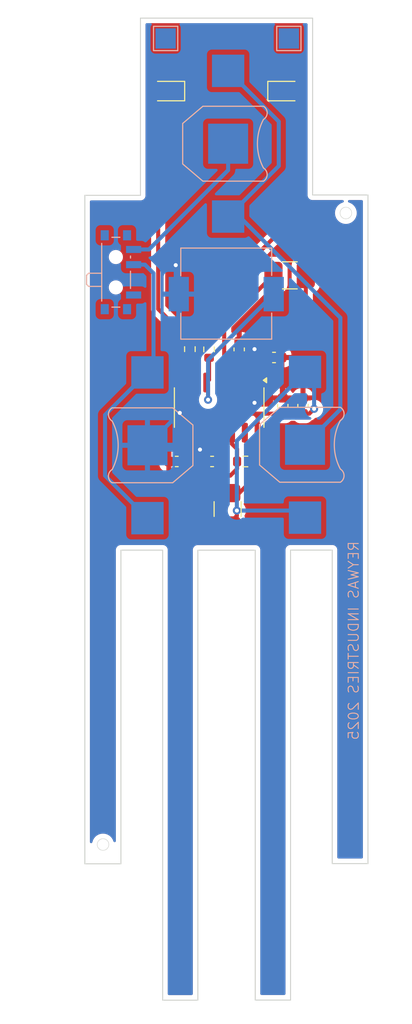
<source format=kicad_pcb>
(kicad_pcb (version 20221018) (generator pcbnew)
  (title_block (title "Enderman / Atari Punk Console / Theremin") (rev "0.2") (company "Reywas Engineering"))
  (layers (0 "F.Cu" signal) (31 "B.Cu" signal) (34 "B.Paste" user) (35 "F.Paste" user) (36 "B.SilkS" user "B.Silkscreen") (37 "F.SilkS" user "F.Silkscreen") (38 "B.Mask" user) (39 "F.Mask" user) (44 "Edge.Cuts" user))
  (net 0 "")
  (net 1 "Net-(BT1-+)")
  (net 2 "GND")
  (net 3 "+6V")
  (net 4 "Net-(BT2--)")
  (net 5 "Net-(U1B-THR)")
  (net 6 "Net-(U1B-CV)")
  (net 7 "Net-(U1A-CV)")
  (net 8 "Net-(U1A-DIS)")
  (net 9 "Net-(U1B-DIS)")
  (net 10 "Net-(U1A-Q)")
  (net 11 "Net-(U1A-TR)")
  (net 14 "Net-(D1-A)")
  (net 15 "Net-(D2-A)")
  (net 16 "Net-(BT3--)")
  (footprint "LED_SMD:LED_0805_2012Metric" (layer "F.Cu") (at 132.8 47.2 180)
    (fp_text reference "D1" hide)
    (fp_text value "LED")
    (fp_line (start -1.685 -0.96) (end -1.685 0.96) (stroke (width 0.12)) (layer "F.SilkS"))
    (fp_line (start -1.685 0.96) (end 1 0.96) (stroke (width 0.12)) (layer "F.SilkS"))
    (fp_line (start 1 -0.96) (end -1.685 -0.96) (stroke (width 0.12)) (layer "F.SilkS"))
    (pad "1" smd roundrect (at -0.9375 0 180) (size 0.975 1.4) (layers "F.Cu" "F.Paste" "F.Mask") (net 2 "GND"))
    (pad "2" smd roundrect (at 0.9375 0 180) (size 0.975 1.4) (layers "F.Cu" "F.Paste" "F.Mask") (net 14 "Net-(D1-A)"))
  )
  (footprint "Capacitor_SMD:C_0603_1608Metric" (layer "F.Cu") (at 137.2 83.8 180)
    (fp_text reference "C3" hide)
    (fp_text value "100n")
    (fp_line (start -0.14058 -0.51) (end 0.14058 -0.51) (stroke (width 0.12)) (layer "F.SilkS"))
    (fp_line (start -0.14058 0.51) (end 0.14058 0.51) (stroke (width 0.12)) (layer "F.SilkS"))
    (pad "1" smd roundrect (at -0.775 0 180) (size 0.9 0.95) (layers "F.Cu" "F.Paste" "F.Mask") (net 6 "Net-(U1B-CV)"))
    (pad "2" smd roundrect (at 0.775 0 180) (size 0.9 0.95) (layers "F.Cu" "F.Paste" "F.Mask") (net 2 "GND"))
  )
  (footprint "Capacitor_SMD:C_0603_1608Metric" (layer "F.Cu") (at 143.3325 73.525)
    (fp_text reference "C5" hide)
    (fp_text value "47n")
    (fp_line (start -0.14058 -0.51) (end 0.14058 -0.51) (stroke (width 0.12)) (layer "F.SilkS"))
    (fp_line (start -0.14058 0.51) (end 0.14058 0.51) (stroke (width 0.12)) (layer "F.SilkS"))
    (pad "1" smd roundrect (at -0.775 0) (size 0.9 0.95) (layers "F.Cu" "F.Paste" "F.Mask") (net 8 "Net-(U1A-DIS)"))
    (pad "2" smd roundrect (at 0.775 0) (size 0.9 0.95) (layers "F.Cu" "F.Paste" "F.Mask") (net 2 "GND"))
  )
  (footprint "Library:SMD2.4x3.6" (layer "F.Cu") (at 138.6 88.6 90)
    (fp_text reference "R2" hide)
    (fp_text value "R_Photo" hide)
    (fp_line (start -0.627064 -1.2) (end 0.827064 -1.2) (stroke (width 0.12)) (layer "F.SilkS"))
    (fp_line (start -0.627064 1.475) (end 0.827064 1.475) (stroke (width 0.12)) (layer "F.SilkS"))
    (pad "1" smd roundrect (at -1.525 0.1 90) (size 1.8 2.6) (layers "F.Cu" "F.Paste" "F.Mask") (roundrect_rratio 0.2222222222) (net 3 "+6V"))
    (pad "2" smd roundrect (at 1.675 0.1 90) (size 1.8 2.6) (layers "F.Cu" "F.Paste" "F.Mask") (roundrect_rratio 0.2222222222) (net 9 "Net-(U1B-DIS)"))
  )
  (footprint "Capacitor_SMD:C_0603_1608Metric" (layer "F.Cu") (at 139.8825 72.725 90)
    (fp_text reference "C4" hide)
    (fp_text value "100n")
    (fp_line (start -0.14058 -0.51) (end 0.14058 -0.51) (stroke (width 0.12)) (layer "F.SilkS"))
    (fp_line (start -0.14058 0.51) (end 0.14058 0.51) (stroke (width 0.12)) (layer "F.SilkS"))
    (pad "1" smd roundrect (at -0.775 0 90) (size 0.9 0.95) (layers "F.Cu" "F.Paste" "F.Mask") (net 7 "Net-(U1A-CV)"))
    (pad "2" smd roundrect (at 0.775 0 90) (size 0.9 0.95) (layers "F.Cu" "F.Paste" "F.Mask") (net 2 "GND"))
  )
  (footprint "Library:SMD2.4x3.6" (layer "F.Cu") (at 144.8 65.27)
    (fp_text reference "R3" hide)
    (fp_text value "R_Photo" hide)
    (fp_line (start -0.627064 -1.2) (end 0.827064 -1.2) (stroke (width 0.12)) (layer "F.SilkS"))
    (fp_line (start -0.627064 1.475) (end 0.827064 1.475) (stroke (width 0.12)) (layer "F.SilkS"))
    (pad "1" smd roundrect (at -1.525 0.1) (size 1.8 2.6) (layers "F.Cu" "F.Paste" "F.Mask") (roundrect_rratio 0.2222222222) (net 3 "+6V"))
    (pad "2" smd roundrect (at 1.675 0.1) (size 1.8 2.6) (layers "F.Cu" "F.Paste" "F.Mask") (roundrect_rratio 0.2222222222) (net 8 "Net-(U1A-DIS)"))
  )
  (footprint "Capacitor_SMD:C_0603_1608Metric" (layer "F.Cu") (at 146.2 78.3 90)
    (fp_text reference "C1" hide)
    (fp_text value "1u")
    (fp_line (start -0.14058 -0.51) (end 0.14058 -0.51) (stroke (width 0.12)) (layer "F.SilkS"))
    (fp_line (start -0.14058 0.51) (end 0.14058 0.51) (stroke (width 0.12)) (layer "F.SilkS"))
    (pad "1" smd roundrect (at -0.775 0 90) (size 0.9 0.95) (layers "F.Cu" "F.Paste" "F.Mask") (net 3 "+6V"))
    (pad "2" smd roundrect (at 0.775 0 90) (size 0.9 0.95) (layers "F.Cu" "F.Paste" "F.Mask") (net 2 "GND"))
  )
  (footprint "Resistor_SMD:R_0603_1608Metric" (layer "F.Cu") (at 140.5 83.8 180)
    (fp_text reference "R1" hide)
    (fp_text value "10k")
    (fp_line (start -0.237258 -0.5225) (end 0.237258 -0.5225) (stroke (width 0.12)) (layer "F.SilkS"))
    (fp_line (start -0.237258 0.5225) (end 0.237258 0.5225) (stroke (width 0.12)) (layer "F.SilkS"))
    (pad "1" smd roundrect (at -0.825 0 180) (size 0.8 0.95) (layers "F.Cu" "F.Paste" "F.Mask") (net 9 "Net-(U1B-DIS)"))
    (pad "2" smd roundrect (at 0.825 0 180) (size 0.8 0.95) (layers "F.Cu" "F.Paste" "F.Mask") (net 5 "Net-(U1B-THR)"))
  )
  (footprint "Package_SO:SOIC-14_3.9x8.7mm_P1.27mm" (layer "F.Cu") (at 137.9 78.475 -90)
    (fp_text reference "U1" hide)
    (fp_text value "LM556")
    (fp_line (start 0 -4.435) (end -1.95 -4.435) (stroke (width 0.12)) (layer "F.SilkS"))
    (fp_line (start 0 -4.435) (end 1.95 -4.435) (stroke (width 0.12)) (layer "F.SilkS"))
    (fp_line (start 0 4.435) (end -1.95 4.435) (stroke (width 0.12)) (layer "F.SilkS"))
    (fp_line (start 0 4.435) (end 1.95 4.435) (stroke (width 0.12)) (layer "F.SilkS"))
    (fp_poly (pts (xy -2.7 -4.37) (xy -2.94 -4.7) (xy -2.46 -4.7) (xy -2.7 -4.37)) (stroke (width 0.12)) (fill solid) (layer "F.SilkS"))
    (pad "1" smd roundrect (at -2.475 -3.81 270) (size 1.95 0.6) (layers "F.Cu" "F.Paste" "F.Mask") (net 8 "Net-(U1A-DIS)"))
    (pad "2" smd roundrect (at -2.475 -2.54 270) (size 1.95 0.6) (layers "F.Cu" "F.Paste" "F.Mask") (net 8 "Net-(U1A-DIS)"))
    (pad "3" smd roundrect (at -2.475 -1.27 270) (size 1.95 0.6) (layers "F.Cu" "F.Paste" "F.Mask") (net 7 "Net-(U1A-CV)"))
    (pad "4" smd roundrect (at -2.475 0 270) (size 1.95 0.6) (layers "F.Cu" "F.Paste" "F.Mask") (net 3 "+6V"))
    (pad "5" smd roundrect (at -2.475 1.27 270) (size 1.95 0.6) (layers "F.Cu" "F.Paste" "F.Mask") (net 10 "Net-(U1A-Q)"))
    (pad "6" smd roundrect (at -2.475 2.54 270) (size 1.95 0.6) (layers "F.Cu" "F.Paste" "F.Mask") (net 11 "Net-(U1A-TR)"))
    (pad "7" smd roundrect (at -2.475 3.81 270) (size 1.95 0.6) (layers "F.Cu" "F.Paste" "F.Mask") (net 2 "GND"))
    (pad "8" smd roundrect (at 2.475 3.81 270) (size 1.95 0.6) (layers "F.Cu" "F.Paste" "F.Mask") (net 5 "Net-(U1B-THR)"))
    (pad "9" smd roundrect (at 2.475 2.54 270) (size 1.95 0.6) (layers "F.Cu" "F.Paste" "F.Mask") (net 11 "Net-(U1A-TR)"))
    (pad "10" smd roundrect (at 2.475 1.27 270) (size 1.95 0.6) (layers "F.Cu" "F.Paste" "F.Mask") (net 3 "+6V"))
    (pad "11" smd roundrect (at 2.475 0 270) (size 1.95 0.6) (layers "F.Cu" "F.Paste" "F.Mask") (net 6 "Net-(U1B-CV)"))
    (pad "12" smd roundrect (at 2.475 -1.27 270) (size 1.95 0.6) (layers "F.Cu" "F.Paste" "F.Mask") (net 5 "Net-(U1B-THR)"))
    (pad "13" smd roundrect (at 2.475 -2.54 270) (size 1.95 0.6) (layers "F.Cu" "F.Paste" "F.Mask") (net 9 "Net-(U1B-DIS)"))
    (pad "14" smd roundrect (at 2.475 -3.81 270) (size 1.95 0.6) (layers "F.Cu" "F.Paste" "F.Mask") (net 3 "+6V"))
  )
  (footprint "Resistor_SMD:R_0603_1608Metric" (layer "F.Cu") (at 135 72.7 90)
    (fp_text reference "R5" hide)
    (fp_text value "220")
    (fp_line (start -0.237258 -0.5225) (end 0.237258 -0.5225) (stroke (width 0.12)) (layer "F.SilkS"))
    (fp_line (start -0.237258 0.5225) (end 0.237258 0.5225) (stroke (width 0.12)) (layer "F.SilkS"))
    (pad "1" smd roundrect (at -0.825 0 90) (size 0.8 0.95) (layers "F.Cu" "F.Paste" "F.Mask") (net 11 "Net-(U1A-TR)"))
    (pad "2" smd roundrect (at 0.825 0 90) (size 0.8 0.95) (layers "F.Cu" "F.Paste" "F.Mask") (net 14 "Net-(D1-A)"))
  )
  (footprint "LED_SMD:LED_0805_2012Metric" (layer "F.Cu") (at 144.4 47.2)
    (fp_text reference "D2" hide)
    (fp_text value "LED")
    (fp_line (start -1.685 -0.96) (end -1.685 0.96) (stroke (width 0.12)) (layer "F.SilkS"))
    (fp_line (start -1.685 0.96) (end 1 0.96) (stroke (width 0.12)) (layer "F.SilkS"))
    (fp_line (start 1 -0.96) (end -1.685 -0.96) (stroke (width 0.12)) (layer "F.SilkS"))
    (pad "1" smd roundrect (at -0.9375 0) (size 0.975 1.4) (layers "F.Cu" "F.Paste" "F.Mask") (net 2 "GND"))
    (pad "2" smd roundrect (at 0.9375 0) (size 0.975 1.4) (layers "F.Cu" "F.Paste" "F.Mask") (net 15 "Net-(D2-A)"))
  )
  (footprint "Resistor_SMD:R_0603_1608Metric" (layer "F.Cu") (at 136.9 72.725 90)
    (fp_text reference "R6" hide)
    (fp_text value "220")
    (fp_line (start -0.237258 -0.5225) (end 0.237258 -0.5225) (stroke (width 0.12)) (layer "F.SilkS"))
    (fp_line (start -0.237258 0.5225) (end 0.237258 0.5225) (stroke (width 0.12)) (layer "F.SilkS"))
    (pad "1" smd roundrect (at -0.825 0 90) (size 0.8 0.95) (layers "F.Cu" "F.Paste" "F.Mask") (net 10 "Net-(U1A-Q)"))
    (pad "2" smd roundrect (at 0.825 0 90) (size 0.8 0.95) (layers "F.Cu" "F.Paste" "F.Mask") (net 15 "Net-(D2-A)"))
  )
  (footprint "Capacitor_SMD:C_0603_1608Metric" (layer "F.Cu") (at 144.2 78.3 -90)
    (fp_text reference "C6" hide)
    (fp_text value "100n")
    (fp_line (start -0.14058 -0.51) (end 0.14058 -0.51) (stroke (width 0.12)) (layer "F.SilkS"))
    (fp_line (start -0.14058 0.51) (end 0.14058 0.51) (stroke (width 0.12)) (layer "F.SilkS"))
    (pad "1" smd roundrect (at -0.775 0 270) (size 0.9 0.95) (layers "F.Cu" "F.Paste" "F.Mask") (net 2 "GND"))
    (pad "2" smd roundrect (at 0.775 0 270) (size 0.9 0.95) (layers "F.Cu" "F.Paste" "F.Mask") (net 3 "+6V"))
  )
  (footprint "Capacitor_SMD:C_0603_1608Metric" (layer "F.Cu") (at 133.7 83.8 180)
    (fp_text reference "C2" hide)
    (fp_text value "47n")
    (fp_line (start -0.14058 -0.51) (end 0.14058 -0.51) (stroke (width 0.12)) (layer "F.SilkS"))
    (fp_line (start -0.14058 0.51) (end 0.14058 0.51) (stroke (width 0.12)) (layer "F.SilkS"))
    (pad "1" smd roundrect (at -0.775 0 180) (size 0.9 0.95) (layers "F.Cu" "F.Paste" "F.Mask") (net 5 "Net-(U1B-THR)"))
    (pad "2" smd roundrect (at 0.775 0 180) (size 0.9 0.95) (layers "F.Cu" "F.Paste" "F.Mask") (net 2 "GND"))
  )
  (footprint "Library:BatteryHolder_Keystone_2996" (layer "B.Cu") (at 139.9 81.6 90)
    (fp_text reference "BT2" hide)
    (fp_text value "Battery_Cell")
    (fp_line (start -4.25 10) (end -4.25 4) (stroke (width 0.12)) (layer "B.SilkS"))
    (fp_line (start -2.55 2) (end -4.25 4) (stroke (width 0.12)) (layer "B.SilkS"))
    (fp_line (start -2.55 2) (end 1.45 2) (stroke (width 0.12)) (layer "B.SilkS"))
    (fp_line (start 1.45 2) (end 3.15 4) (stroke (width 0.12)) (layer "B.SilkS"))
    (fp_line (start 3.15 10) (end 3.15 4) (stroke (width 0.12)) (layer "B.SilkS"))
    (fp_arc (start -2.95 10) (mid -3.605452 10.363197) (end -4.255648 9.990673) (stroke (width 0.12)) (layer "B.SilkS"))
    (fp_arc (start -2.95 10) (mid -0.55488 9.400002) (end 1.841383 9.995415) (stroke (width 0.12)) (layer "B.SilkS"))
    (fp_arc (start 3.153723 10) (mid 2.496477 10.366382) (end 1.842627 9.993972) (stroke (width 0.12)) (layer "B.SilkS"))
    (pad "1" smd rect (at -7.75 6.5 90) (size 3.2 3.2) (layers "B.Cu" "B.Paste" "B.Mask") (net 3 "+6V"))
    (pad "1" smd rect (at 6.65 6.5 90) (size 3.2 3.2) (layers "B.Cu" "B.Paste" "B.Mask") (net 3 "+6V"))
    (pad "2" smd rect (at -0.55 6.5 90) (size 3.96 3.96) (layers "B.Cu" "B.Mask") (net 4 "Net-(BT2--)"))
  )
  (footprint "Library:BatteryHolder_Keystone_2996" (layer "B.Cu") (at 132.2875 51.85 90)
    (fp_text reference "BT3" hide)
    (fp_text value "Battery_Cell")
    (fp_line (start -4.25 10) (end -4.25 4) (stroke (width 0.12)) (layer "B.SilkS"))
    (fp_line (start -2.55 2) (end -4.25 4) (stroke (width 0.12)) (layer "B.SilkS"))
    (fp_line (start -2.55 2) (end 1.45 2) (stroke (width 0.12)) (layer "B.SilkS"))
    (fp_line (start 1.45 2) (end 3.15 4) (stroke (width 0.12)) (layer "B.SilkS"))
    (fp_line (start 3.15 10) (end 3.15 4) (stroke (width 0.12)) (layer "B.SilkS"))
    (fp_arc (start -2.95 10) (mid -3.605452 10.363197) (end -4.255648 9.990673) (stroke (width 0.12)) (layer "B.SilkS"))
    (fp_arc (start -2.95 10) (mid -0.55488 9.400002) (end 1.841383 9.995415) (stroke (width 0.12)) (layer "B.SilkS"))
    (fp_arc (start 3.153723 10) (mid 2.496477 10.366382) (end 1.842627 9.993972) (stroke (width 0.12)) (layer "B.SilkS"))
    (pad "1" smd rect (at -7.75 6.5 90) (size 3.2 3.2) (layers "B.Cu" "B.Paste" "B.Mask") (net 4 "Net-(BT2--)"))
    (pad "1" smd rect (at 6.65 6.5 90) (size 3.2 3.2) (layers "B.Cu" "B.Paste" "B.Mask") (net 4 "Net-(BT2--)"))
    (pad "2" smd rect (at -0.55 6.5 90) (size 3.96 3.96) (layers "B.Cu" "B.Mask") (net 16 "Net-(BT3--)"))
  )
  (footprint "TestPoint:TestPoint_Pad_2.0x2.0mm" (layer "B.Cu") (at 144.8 42 180)
    (fp_text reference "TP1" hide)
    (fp_text value "TestPoint")
    (fp_line (start -1.2 -1.2) (end -1.2 1.2) (stroke (width 0.12)) (layer "B.SilkS"))
    (fp_line (start -1.2 1.2) (end 1.2 1.2) (stroke (width 0.12)) (layer "B.SilkS"))
    (fp_line (start 1.2 -1.2) (end -1.2 -1.2) (stroke (width 0.12)) (layer "B.SilkS"))
    (fp_line (start 1.2 1.2) (end 1.2 -1.2) (stroke (width 0.12)) (layer "B.SilkS"))
    (pad "1" smd rect (at 0 0 180) (size 2 2) (layers "B.Cu" "B.Mask"))
  )
  (footprint "Library:BatteryHolder_Keystone_2996" (layer "B.Cu") (at 137.3 82.75 -90)
    (fp_text reference "BT1" hide)
    (fp_text value "Battery_Cell")
    (fp_line (start -4.25 10) (end -4.25 4) (stroke (width 0.12)) (layer "B.SilkS"))
    (fp_line (start -2.55 2) (end -4.25 4) (stroke (width 0.12)) (layer "B.SilkS"))
    (fp_line (start -2.55 2) (end 1.45 2) (stroke (width 0.12)) (layer "B.SilkS"))
    (fp_line (start 1.45 2) (end 3.15 4) (stroke (width 0.12)) (layer "B.SilkS"))
    (fp_line (start 3.15 10) (end 3.15 4) (stroke (width 0.12)) (layer "B.SilkS"))
    (fp_arc (start -2.95 10) (mid -3.605452 10.363197) (end -4.255648 9.990673) (stroke (width 0.12)) (layer "B.SilkS"))
    (fp_arc (start -2.95 10) (mid -0.55488 9.400002) (end 1.841383 9.995415) (stroke (width 0.12)) (layer "B.SilkS"))
    (fp_arc (start 3.153723 10) (mid 2.496477 10.366382) (end 1.842627 9.993972) (stroke (width 0.12)) (layer "B.SilkS"))
    (pad "1" smd rect (at -7.75 6.5 270) (size 3.2 3.2) (layers "B.Cu" "B.Paste" "B.Mask") (net 1 "Net-(BT1-+)"))
    (pad "1" smd rect (at 6.65 6.5 270) (size 3.2 3.2) (layers "B.Cu" "B.Paste" "B.Mask") (net 1 "Net-(BT1-+)"))
    (pad "2" smd rect (at -0.55 6.5 270) (size 3.96 3.96) (layers "B.Cu" "B.Mask") (net 2 "GND"))
  )
  (footprint "TestPoint:TestPoint_Pad_2.0x2.0mm" (layer "B.Cu") (at 132.6 42 180)
    (fp_text reference "TP2" hide)
    (fp_text value "TestPoint")
    (fp_line (start -1.2 -1.2) (end -1.2 1.2) (stroke (width 0.12)) (layer "B.SilkS"))
    (fp_line (start -1.2 1.2) (end 1.2 1.2) (stroke (width 0.12)) (layer "B.SilkS"))
    (fp_line (start 1.2 -1.2) (end -1.2 -1.2) (stroke (width 0.12)) (layer "B.SilkS"))
    (fp_line (start 1.2 1.2) (end 1.2 -1.2) (stroke (width 0.12)) (layer "B.SilkS"))
    (pad "1" smd rect (at 0 0 180) (size 2 2) (layers "B.Cu" "B.Mask"))
  )
  (footprint "Button_Switch_SMD:SW_SPDT_PCM12" (layer "B.Cu") (at 128 65.1 90)
    (fp_text reference "SW1" hide)
    (fp_text value "SW_SPDT")
    (fp_line (start -3.45 0.07) (end -3.45 -0.72) (stroke (width 0.12)) (layer "B.SilkS"))
    (fp_line (start -2.85 -1.73) (end 2.85 -1.73) (stroke (width 0.12)) (layer "B.SilkS"))
    (fp_line (start -1.6 1.12) (end 0.1 1.12) (stroke (width 0.12)) (layer "B.SilkS"))
    (fp_line (start -1.4 -3.02) (end -1.2 -3.23) (stroke (width 0.12)) (layer "B.SilkS"))
    (fp_line (start -1.4 -1.73) (end -1.4 -3.02) (stroke (width 0.12)) (layer "B.SilkS"))
    (fp_line (start -1.2 -3.23) (end -0.3 -3.23) (stroke (width 0.12)) (layer "B.SilkS"))
    (fp_line (start -0.1 -3.02) (end -0.3 -3.23) (stroke (width 0.12)) (layer "B.SilkS"))
    (fp_line (start -0.1 -3.02) (end -0.1 -1.73) (stroke (width 0.12)) (layer "B.SilkS"))
    (fp_line (start 1.4 1.12) (end 1.6 1.12) (stroke (width 0.12)) (layer "B.SilkS"))
    (fp_line (start 3.45 -0.72) (end 3.45 0.07) (stroke (width 0.12)) (layer "B.SilkS"))
    (pad "" smd rect (at -3.65 -1.43 90) (size 1 0.8) (layers "B.Cu" "B.Paste" "B.Mask"))
    (pad "" smd rect (at -3.65 0.78 90) (size 1 0.8) (layers "B.Cu" "B.Paste" "B.Mask"))
    (pad "" np_thru_hole circle (at -1.5 -0.33 90) (size 0.9 0.9) (drill 0.9) (layers "*.Cu" "*.Mask"))
    (pad "" np_thru_hole circle (at 1.5 -0.33 90) (size 0.9 0.9) (drill 0.9) (layers "*.Cu" "*.Mask"))
    (pad "" smd rect (at 3.65 -1.43 90) (size 1 0.8) (layers "B.Cu" "B.Paste" "B.Mask"))
    (pad "" smd rect (at 3.65 0.78 90) (size 1 0.8) (layers "B.Cu" "B.Paste" "B.Mask"))
    (pad "1" smd rect (at -2.25 1.43 90) (size 0.7 1.5) (layers "B.Cu" "B.Paste" "B.Mask"))
    (pad "2" smd rect (at 0.75 1.43 90) (size 0.7 1.5) (layers "B.Cu" "B.Paste" "B.Mask") (net 1 "Net-(BT1-+)"))
    (pad "3" smd rect (at 2.25 1.43 90) (size 0.7 1.5) (layers "B.Cu" "B.Paste" "B.Mask") (net 16 "Net-(BT3--)"))
  )
  (footprint "Library:Piezo PKMCS0909E4000-R1" (layer "B.Cu") (at 138.6 67.2125 180)
    (fp_text reference "LS1" hide)
    (fp_text value "Speaker_Crystal")
    (fp_line (start -4.5 -4.5) (end -4.5 -1.925) (stroke (width 0.12)) (layer "B.SilkS"))
    (fp_line (start -4.5 -4.5) (end 4.5 -4.5) (stroke (width 0.12)) (layer "B.SilkS"))
    (fp_line (start -4.5 4.5) (end -4.5 1.8) (stroke (width 0.12)) (layer "B.SilkS"))
    (fp_line (start 4.5 -4.5) (end 4.5 -1.95) (stroke (width 0.12)) (layer "B.SilkS"))
    (fp_line (start 4.5 4.5) (end -4.5 4.5) (stroke (width 0.12)) (layer "B.SilkS"))
    (fp_line (start 4.5 4.5) (end 4.5 1.775) (stroke (width 0.12)) (layer "B.SilkS"))
    (pad "1" smd rect (at -4.7 -0.05 180) (size 2 3.4) (layers "B.Cu" "B.Paste" "B.Mask") (net 10 "Net-(U1A-Q)"))
    (pad "2" smd rect (at 4.7 -0.05 180) (size 2 3.4) (layers "B.Cu" "B.Paste" "B.Mask") (net 2 "GND"))
  )
  (gr_line (start 152.632493 123.535179) (end 149.09546 123.535179) (stroke (width 0.1)) (layer "Edge.Cuts"))
  (gr_line (start 141.471261 137.02002) (end 141.471261 92.564735) (stroke (width 0.1)) (layer "Edge.Cuts"))
  (gr_line (start 144.968072 137.02002) (end 141.471261 137.02002) (stroke (width 0.1)) (layer "Edge.Cuts"))
  (gr_line (start 135.791116 92.564735) (end 135.791116 137.030548) (stroke (width 0.1)) (layer "Edge.Cuts"))
  (gr_line (start 132.306771 92.559776) (end 128.172403 92.559776) (stroke (width 0.1)) (layer "Edge.Cuts"))
  (gr_circle (center 150.445661 59.25) (end 151.021661 59.25) (stroke (width 0.05)) (fill none) (layer "Edge.Cuts"))
  (gr_line (start 130.107888 57.5) (end 130.107644 39.990623) (stroke (width 0.1)) (layer "Edge.Cuts"))
  (gr_line (start 147.1522 39.990623) (end 147.1522 57.465668) (stroke (width 0.1)) (layer "Edge.Cuts"))
  (gr_line (start 128.172403 123.555763) (end 124.6 123.555763) (stroke (width 0.1)) (layer "Edge.Cuts"))
  (gr_line (start 124.6 123.555763) (end 124.6 57.5) (stroke (width 0.1)) (layer "Edge.Cuts"))
  (gr_line (start 152.632493 57.465668) (end 152.632493 123.535179) (stroke (width 0.1)) (layer "Edge.Cuts"))
  (gr_line (start 130.107644 39.990623) (end 147.1522 39.990623) (stroke (width 0.1)) (layer "Edge.Cuts"))
  (gr_line (start 149.09546 92.555748) (end 144.968072 92.555748) (stroke (width 0.1)) (layer "Edge.Cuts"))
  (gr_line (start 144.968072 92.555748) (end 144.968072 137.02002) (stroke (width 0.1)) (layer "Edge.Cuts"))
  (gr_line (start 132.306771 137.030548) (end 132.306771 92.559776) (stroke (width 0.1)) (layer "Edge.Cuts"))
  (gr_line (start 149.09546 123.535179) (end 149.09546 92.555748) (stroke (width 0.1)) (layer "Edge.Cuts"))
  (gr_line (start 147.1522 57.465668) (end 152.632493 57.465668) (stroke (width 0.1)) (layer "Edge.Cuts"))
  (gr_line (start 141.471261 92.564735) (end 135.791116 92.564735) (stroke (width 0.1)) (layer "Edge.Cuts"))
  (gr_line (start 124.6 57.5) (end 130.107888 57.5) (stroke (width 0.1)) (layer "Edge.Cuts"))
  (gr_line (start 128.172403 92.559776) (end 128.172403 123.555763) (stroke (width 0.1)) (layer "Edge.Cuts"))
  (gr_line (start 135.791116 137.030548) (end 132.306771 137.030548) (stroke (width 0.1)) (layer "Edge.Cuts"))
  (gr_circle (center 126.4 121.65) (end 126.976 121.65) (stroke (width 0.05)) (fill none) (layer "Edge.Cuts"))
  (gr_text "REYWAS INDUSTRIES 2025" (at 151.8 91.6 90) (layer "B.SilkS") (effects (font (size 1 1) (thickness 0.1)) (justify left bottom mirror)))
  (segment (start 130.8 89.4) (end 126.6 85.2) (width 0.4) (layer "B.Cu") (net 1))
  (segment (start 131.4 65.2) (end 131.4 74.4) (width 0.4) (layer "B.Cu") (net 1))
  (segment (start 131.4 74.4) (end 130.8 75) (width 0.4) (layer "B.Cu") (net 1))
  (segment (start 126.6 79.2) (end 130.8 75) (width 0.4) (layer "B.Cu") (net 1))
  (segment (start 130.55 64.35) (end 131.4 65.2) (width 0.4) (layer "B.Cu") (net 1))
  (segment (start 126.6 85.2) (end 126.6 79.2) (width 0.4) (layer "B.Cu") (net 1))
  (segment (start 129.43 64.35) (end 130.55 64.35) (width 0.4) (layer "B.Cu") (net 1))
  (segment (start 132.9 83.775) (end 132.9 80.1) (width 0.4) (layer "F.Cu") (net 2))
  (segment (start 144.1075 77.4325) (end 144.2 77.525) (width 0.4) (layer "F.Cu") (net 2))
  (segment (start 141.4 78) (end 142.4 78) (width 0.4) (layer "F.Cu") (net 2))
  (segment (start 133.7375 64.2625) (end 133.6 64.4) (width 0.4) (layer "F.Cu") (net 2))
  (segment (start 136 82.624739) (end 136.425 83.049739) (width 0.4) (layer "F.Cu") (net 2))
  (segment (start 142.875 77.525) (end 144.2 77.525) (width 0.4) (layer "F.Cu") (net 2))
  (segment (start 132.9 80.1) (end 134 79) (width 0.4) (layer "F.Cu") (net 2))
  (segment (start 134 79) (end 134.09 78.91) (width 0.4) (layer "F.Cu") (net 2))
  (segment (start 132.925 83.8) (end 132.9 83.775) (width 0.4) (layer "F.Cu") (net 2))
  (segment (start 140.65 71.95) (end 139.8825 71.95) (width 0.4) (layer "F.Cu") (net 2))
  (segment (start 143.4625 47.2) (end 133.7375 47.2) (width 0.4) (layer "F.Cu") (net 2))
  (segment (start 141.4 72.7) (end 140.65 71.95) (width 0.4) (layer "F.Cu") (net 2))
  (segment (start 146.2 77.525) (end 144.2 77.525) (width 0.4) (layer "F.Cu") (net 2))
  (segment (start 144.1075 73.525) (end 144.1075 77.4325) (width 0.4) (layer "F.Cu") (net 2))
  (segment (start 136.425 83.049739) (end 136.425 83.8) (width 0.4) (layer "F.Cu") (net 2))
  (segment (start 133.7375 47.2) (end 133.7375 64.2625) (width 0.4) (layer "F.Cu") (net 2))
  (segment (start 142.4 78) (end 142.875 77.525) (width 0.4) (layer "F.Cu") (net 2))
  (segment (start 134.09 78.91) (end 134.09 76) (width 0.4) (layer "F.Cu") (net 2))
  (via (at 141.4 78) (size 0.8) (drill 0.4) (layers "F.Cu" "B.Cu") (net 2))
  (via (at 136 82.624739) (size 0.8) (drill 0.4) (layers "F.Cu" "B.Cu") (net 2))
  (via (at 141.4 72.7) (size 0.8) (drill 0.4) (layers "F.Cu" "B.Cu") (net 2))
  (via (at 133.6 64.4) (size 0.8) (drill 0.4) (layers "F.Cu" "B.Cu") (net 2))
  (via (at 134 79) (size 0.8) (drill 0.4) (layers "F.Cu" "B.Cu") (net 2))
  (segment (start 134 67.3625) (end 133.9 67.2625) (width 0.4) (layer "B.Cu") (net 2))
  (segment (start 136.775261 82.624739) (end 141.4 78) (width 0.4) (layer "B.Cu") (net 2))
  (segment (start 136 82.624739) (end 136.775261 82.624739) (width 0.4) (layer "B.Cu") (net 2))
  (segment (start 133.6 64.4) (end 133.6 66.9625) (width 0.4) (layer "B.Cu") (net 2))
  (segment (start 131.224739 82.624739) (end 130.8 82.2) (width 0.4) (layer "B.Cu") (net 2))
  (segment (start 141.4 72.7) (end 141.4 78) (width 0.4) (layer "B.Cu") (net 2))
  (segment (start 134 79) (end 134 67.3625) (width 0.4) (layer "B.Cu") (net 2))
  (segment (start 133.6 66.9625) (end 133.9 67.2625) (width 0.4) (layer "B.Cu") (net 2))
  (segment (start 136 82.624739) (end 131.224739 82.624739) (width 0.4) (layer "B.Cu") (net 2))
  (segment (start 130.8 82.2) (end 134 79) (width 0.4) (layer "B.Cu") (net 2))
  (segment (start 137.9 78.875) (end 137.7 79.075) (width 0.4) (layer "F.Cu") (net 3))
  (segment (start 141.71 79.085) (end 141.7 79.075) (width 0.4) (layer "F.Cu") (net 3))
  (segment (start 137.7 79.075) (end 137.325 79.075) (width 0.4) (layer "F.Cu") (net 3))
  (segment (start 139.65 88.65) (end 139.65 89.175) (width 0.4) (layer "F.Cu") (net 3))
  (segment (start 137.9 78.875) (end 138.1 79.075) (width 0.4) (layer "F.Cu") (net 3))
  (segment (start 141.9 79.075) (end 141.7 79.075) (width 0.4) (layer "F.Cu") (net 3))
  (segment (start 138.4 74.4) (end 138.4 70.245) (width 0.4) (layer "F.Cu") (net 3))
  (segment (start 141.7 79.075) (end 141.4 79.075) (width 0.4) (layer "F.Cu") (net 3))
  (segment (start 142.1 79.075) (end 141.9 79.075) (width 0.4) (layer "F.Cu") (net 3))
  (segment (start 142.1 79.075) (end 144.2 79.075) (width 0.4) (layer "F.Cu") (net 3))
  (segment (start 137.9 74.9) (end 138.4 74.4) (width 0.4) (layer "F.Cu") (net 3))
  (segment (start 136.63 79.77) (end 136.63 80.95) (width 0.4) (layer "F.Cu") (net 3))
  (segment (start 137.9 76) (end 137.9 74.9) (width 0.4) (layer "F.Cu") (net 3))
  (segment (start 141.71 79.385) (end 141.4 79.075) (width 0.4) (layer "F.Cu") (net 3))
  (segment (start 137.325 79.075) (end 136.63 79.77) (width 0.4) (layer "F.Cu") (net 3))
  (segment (start 137.9 78.6) (end 137.9 78.875) (width 0.4) (layer "F.Cu") (net 3))
  (segment (start 139.65 89.175) (end 138.7 90.125) (width 0.4) (layer "F.Cu") (net 3))
  (segment (start 141.71 79.465) (end 142.1 79.075) (width 0.4) (layer "F.Cu") (net 3))
  (segment (start 138.1 79.075) (end 137.7 79.075) (width 0.4) (layer "F.Cu") (net 3))
  (segment (start 141.71 80.95) (end 141.71 79.465) (width 0.4) (layer "F.Cu") (net 3))
  (segment (start 146.825 79.075) (end 147.3 78.6) (width 0.4) (layer "F.Cu") (net 3))
  (segment (start 137.9 76) (end 137.9 78.6) (width 0.4) (layer "F.Cu") (net 3))
  (segment (start 138.4 70.245) (end 143.275 65.37) (width 0.4) (layer "F.Cu") (net 3))
  (segment (start 146.2 79.075) (end 146.825 79.075) (width 0.4) (layer "F.Cu") (net 3))
  (segment (start 141.4 79.075) (end 138.1 79.075) (width 0.4) (layer "F.Cu") (net 3))
  (segment (start 144.2 79.075) (end 146.2 79.075) (width 0.4) (layer "F.Cu") (net 3))
  (via (at 139.65 88.65) (size 0.8) (drill 0.4) (layers "F.Cu" "B.Cu") (net 3))
  (via (at 147.3 78.6) (size 0.8) (drill 0.4) (layers "F.Cu" "B.Cu") (net 3))
  (segment (start 139.65 88.65) (end 145.7 88.65) (width 0.4) (layer "B.Cu") (net 3))
  (segment (start 147.3 75.85) (end 146.4 74.95) (width 0.4) (layer "B.Cu") (net 3))
  (segment (start 146.4 75) (end 146.4 74.95) (width 0.4) (layer "B.Cu") (net 3))
  (segment (start 139.65 81.75) (end 146.4 75) (width 0.4) (layer "B.Cu") (net 3))
  (segment (start 145.7 88.65) (end 146.4 89.35) (width 0.4) (layer "B.Cu") (net 3))
  (segment (start 147.3 78.6) (end 147.3 75.85) (width 0.4) (layer "B.Cu") (net 3))
  (segment (start 139.65 88.65) (end 139.65 81.75) (width 0.4) (layer "B.Cu") (net 3))
  (segment (start 139.9 59.6) (end 138.7875 59.6) (width 0.4) (layer "B.Cu") (net 4))
  (segment (start 138.8 59.6) (end 143.8 54.6) (width 0.4) (layer "B.Cu") (net 4))
  (segment (start 146.4 82.15) (end 149.9 78.65) (width 0.4) (layer "B.Cu") (net 4))
  (segment (start 149.9 69.6) (end 139.9 59.6) (width 0.4) (layer "B.Cu") (net 4))
  (segment (start 138.7875 59.6) (end 138.8 59.6) (width 0.4) (layer "B.Cu") (net 4))
  (segment (start 143.8 50.2125) (end 138.7875 45.2) (width 0.4) (layer "B.Cu") (net 4))
  (segment (start 143.8 54.6) (end 143.8 50.2125) (width 0.4) (layer "B.Cu") (net 4))
  (segment (start 149.9 78.65) (end 149.9 69.6) (width 0.4) (layer "B.Cu") (net 4))
  (segment (start 139.17 82.07) (end 139.17 80.95) (width 0.4) (layer "F.Cu") (net 5))
  (segment (start 139.675 83.8) (end 139.675 82.575) (width 0.4) (layer "F.Cu") (net 5))
  (segment (start 139 85.2) (end 135.975 85.2) (width 0.4) (layer "F.Cu") (net 5))
  (segment (start 135.975 85.2) (end 134.575 83.8) (width 0.4) (layer "F.Cu") (net 5))
  (segment (start 139.675 83.8) (end 139.675 84.525) (width 0.4) (layer "F.Cu") (net 5))
  (segment (start 134.475 83.8) (end 134.475 82.975) (width 0.4) (layer "F.Cu") (net 5))
  (segment (start 139.675 82.575) (end 139.17 82.07) (width 0.4) (layer "F.Cu") (net 5))
  (segment (start 139.675 84.525) (end 139 85.2) (width 0.4) (layer "F.Cu") (net 5))
  (segment (start 134.475 82.975) (end 134.09 82.59) (width 0.4) (layer "F.Cu") (net 5))
  (segment (start 134.09 82.59) (end 134.09 80.95) (width 0.4) (layer "F.Cu") (net 5))
  (segment (start 134.575 83.8) (end 134.475 83.8) (width 0.4) (layer "F.Cu") (net 5))
  (segment (start 137.975 83.8) (end 137.9 83.725) (width 0.4) (layer "F.Cu") (net 6))
  (segment (start 137.9 83.725) (end 137.9 80.95) (width 0.4) (layer "F.Cu") (net 6))
  (segment (start 139.17 74.2125) (end 139.8825 73.5) (width 0.4) (layer "F.Cu") (net 7))
  (segment (start 139.17 76) (end 139.17 74.2125) (width 0.4) (layer "F.Cu") (net 7))
  (segment (start 142.5575 73.0425) (end 146.475 69.125) (width 0.4) (layer "F.Cu") (net 8))
  (segment (start 142.5575 73.7425) (end 141.71 74.59) (width 0.4) (layer "F.Cu") (net 8))
  (segment (start 146.475 69.125) (end 146.475 65.37) (width 0.4) (layer "F.Cu") (net 8))
  (segment (start 140.44 76) (end 141.71 76) (width 0.4) (layer "F.Cu") (net 8))
  (segment (start 142.5575 73.525) (end 142.5575 73.7425) (width 0.4) (layer "F.Cu") (net 8))
  (segment (start 141.71 74.59) (end 141.71 76) (width 0.4) (layer "F.Cu") (net 8))
  (segment (start 142.5575 73.525) (end 142.5575 73.0425) (width 0.4) (layer "F.Cu") (net 8))
  (segment (start 141.325 82.609999) (end 141.325 83.8) (width 0.4) (layer "F.Cu") (net 9))
  (segment (start 140.44 80.95) (end 140.44 81.724999) (width 0.4) (layer "F.Cu") (net 9))
  (segment (start 140.44 81.724999) (end 141.325 82.609999) (width 0.4) (layer "F.Cu") (net 9))
  (segment (start 141.325 85.475) (end 139.875 86.925) (width 0.4) (layer "F.Cu") (net 9))
  (segment (start 141.325 83.8) (end 141.325 85.475) (width 0.4) (layer "F.Cu") (net 9))
  (segment (start 139.875 86.925) (end 138.7 86.925) (width 0.4) (layer "F.Cu") (net 9))
  (segment (start 136.9 75.73) (end 136.63 76) (width 0.4) (layer "F.Cu") (net 10))
  (segment (start 136.8 76.17) (end 136.8 77.7) (width 0.4) (layer "F.Cu") (net 10))
  (segment (start 136.9 73.55) (end 136.9 75.73) (width 0.4) (layer "F.Cu") (net 10))
  (segment (start 136.63 76) (end 136.8 76.17) (width 0.4) (layer "F.Cu") (net 10))
  (via (at 136.8 77.7) (size 0.8) (drill 0.4) (layers "F.Cu" "B.Cu") (net 10))
  (segment (start 136.8 73.7625) (end 136.8 77.7) (width 0.4) (layer "B.Cu") (net 10))
  (segment (start 143.3 67.2625) (end 136.8 73.7625) (width 0.4) (layer "B.Cu") (net 10))
  (segment (start 135.36 80.95) (end 135.36 76) (width 0.4) (layer "F.Cu") (net 11))
  (segment (start 135.36 73.885) (end 135 73.525) (width 0.4) (layer "F.Cu") (net 11))
  (segment (start 135.36 76) (end 135.36 73.885) (width 0.4) (layer "F.Cu") (net 11))
  (segment (start 135 71.875) (end 131.8625 68.7375) (width 0.4) (layer "F.Cu") (net 14))
  (segment (start 131.8625 68.7375) (end 131.8625 47.2) (width 0.4) (layer "F.Cu") (net 14))
  (segment (start 145.3375 59.6625) (end 145.3375 47.2) (width 0.4) (layer "F.Cu") (net 15))
  (segment (start 136.9 71.9) (end 136.9 68.1) (width 0.4) (layer "F.Cu") (net 15))
  (segment (start 136.9 68.1) (end 145.3375 59.6625) (width 0.4) (layer "F.Cu") (net 15))
  (segment (start 129.43 62.85) (end 130.95 62.85) (width 0.4) (layer "B.Cu") (net 16))
  (segment (start 130.95 62.85) (end 138.7875 55.0125) (width 0.4) (layer "B.Cu") (net 16))
  (segment (start 138.7875 55.0125) (end 138.7875 52.4) (width 0.4) (layer "B.Cu") (net 16))
  (zone (net 2) (net_name "GND") (layer "F.Cu") (priority 1) (connect_pads (clearance 0.5)) (min_thickness 0.25) (fill yes (thermal_gap 0.5) (thermal_bridge_width 0.5))
    (polygon (pts (xy 157 139.4) (xy 157 38.2) (xy 116.2 38.2) (xy 116.2 139.4)))
  )
  (zone (net 2) (net_name "GND") (layer "B.Cu") (priority 1) (connect_pads (clearance 0.5)) (min_thickness 0.25) (fill yes (thermal_gap 0.5) (thermal_bridge_width 0.5))
    (polygon (pts (xy 157 139.4) (xy 157 38.2) (xy 116.2 38.2) (xy 116.2 139.4)))
  )
)
</source>
